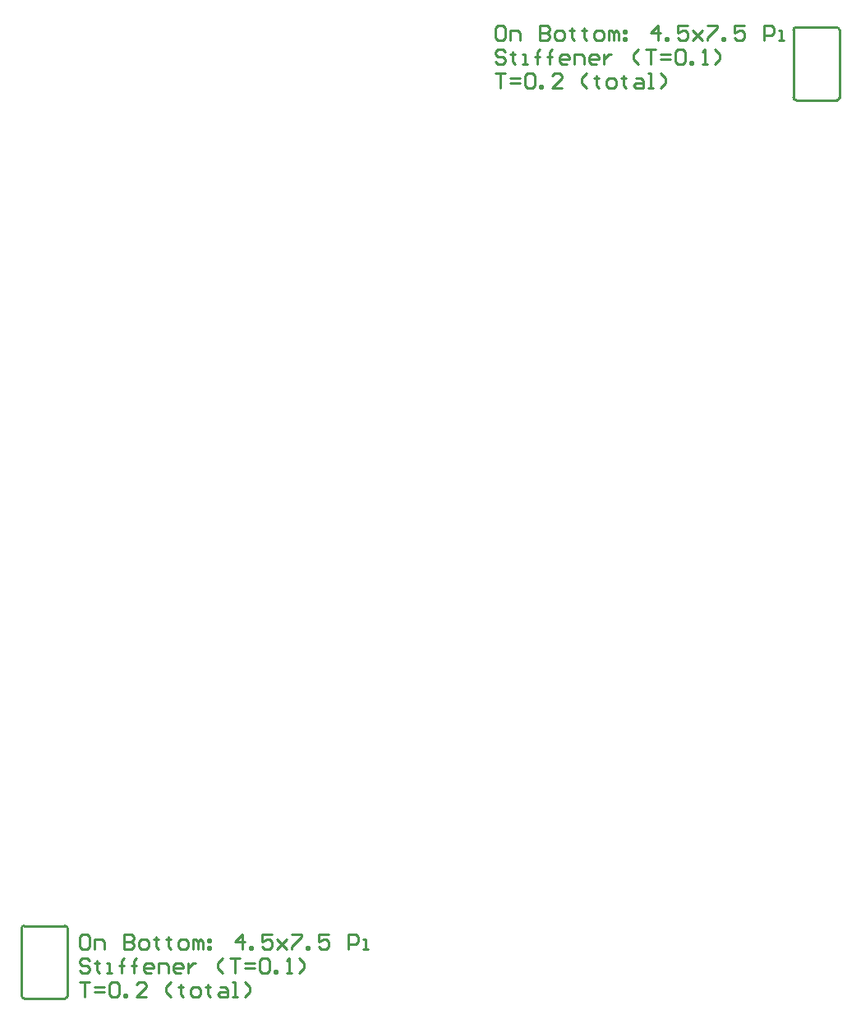
<source format=gbr>
%TF.GenerationSoftware,Altium Limited,Altium Designer,23.9.2 (47)*%
G04 Layer_Color=32896*
%FSLAX25Y25*%
%MOIN*%
%TF.SameCoordinates,C1B3935E-4126-4279-B8D9-91AEC20F268D*%
%TF.FilePolarity,Positive*%
%TF.FileFunction,Other,Stiffener*%
%TF.Part,Single*%
G01*
G75*
%TA.AperFunction,NonConductor*%
%ADD49C,0.01000*%
D49*
X-127657Y-148441D02*
G03*
X-128657Y-147441I-1000J0D01*
G01*
Y-176870D02*
G03*
X-127657Y-175870I0J1000D01*
G01*
X-145260Y-147441D02*
G03*
X-146260Y-148441I0J-1000D01*
G01*
Y-175870D02*
G03*
X-145260Y-176870I1000J0D01*
G01*
X185433Y215634D02*
G03*
X184433Y216634I-1000J0D01*
G01*
Y187205D02*
G03*
X185433Y188205I0J1000D01*
G01*
X167831Y216634D02*
G03*
X166831Y215634I0J-1000D01*
G01*
Y188205D02*
G03*
X167831Y187205I1000J0D01*
G01*
X-145260Y-176870D02*
X-128657D01*
X-145260Y-147441D02*
X-128657D01*
X-127657Y-175870D02*
Y-148441D01*
X-146260Y-175870D02*
Y-148441D01*
X167831Y187205D02*
X184433D01*
X167831Y216634D02*
X184433D01*
X185433Y188205D02*
Y215634D01*
X166831Y188205D02*
Y215634D01*
X48979Y217335D02*
X46980D01*
X45980Y216336D01*
Y212337D01*
X46980Y211337D01*
X48979D01*
X49979Y212337D01*
Y216336D01*
X48979Y217335D01*
X51978Y211337D02*
Y215336D01*
X54977D01*
X55977Y214336D01*
Y211337D01*
X63974Y217335D02*
Y211337D01*
X66974D01*
X67973Y212337D01*
Y213336D01*
X66974Y214336D01*
X63974D01*
X66974D01*
X67973Y215336D01*
Y216336D01*
X66974Y217335D01*
X63974D01*
X70972Y211337D02*
X72972D01*
X73971Y212337D01*
Y214336D01*
X72972Y215336D01*
X70972D01*
X69973Y214336D01*
Y212337D01*
X70972Y211337D01*
X76970Y216336D02*
Y215336D01*
X75971D01*
X77970D01*
X76970D01*
Y212337D01*
X77970Y211337D01*
X81969Y216336D02*
Y215336D01*
X80969D01*
X82968D01*
X81969D01*
Y212337D01*
X82968Y211337D01*
X86967D02*
X88966D01*
X89966Y212337D01*
Y214336D01*
X88966Y215336D01*
X86967D01*
X85967Y214336D01*
Y212337D01*
X86967Y211337D01*
X91965D02*
Y215336D01*
X92965D01*
X93965Y214336D01*
Y211337D01*
Y214336D01*
X94964Y215336D01*
X95964Y214336D01*
Y211337D01*
X97964Y215336D02*
X98963D01*
Y214336D01*
X97964D01*
Y215336D01*
Y212337D02*
X98963D01*
Y211337D01*
X97964D01*
Y212337D01*
X111959Y211337D02*
Y217335D01*
X108960Y214336D01*
X112959D01*
X114958Y211337D02*
Y212337D01*
X115958D01*
Y211337D01*
X114958D01*
X123955Y217335D02*
X119956D01*
Y214336D01*
X121956Y215336D01*
X122955D01*
X123955Y214336D01*
Y212337D01*
X122955Y211337D01*
X120956D01*
X119956Y212337D01*
X125954Y215336D02*
X129953Y211337D01*
X127954Y213336D01*
X129953Y215336D01*
X125954Y211337D01*
X131953Y217335D02*
X135951D01*
Y216336D01*
X131953Y212337D01*
Y211337D01*
X137951D02*
Y212337D01*
X138950D01*
Y211337D01*
X137951D01*
X146948Y217335D02*
X142949D01*
Y214336D01*
X144948Y215336D01*
X145948D01*
X146948Y214336D01*
Y212337D01*
X145948Y211337D01*
X143949D01*
X142949Y212337D01*
X154945Y211337D02*
Y217335D01*
X157944D01*
X158944Y216336D01*
Y214336D01*
X157944Y213336D01*
X154945D01*
X160943Y211337D02*
X162943D01*
X161943D01*
Y215336D01*
X160943D01*
X49979Y206738D02*
X48979Y207737D01*
X46980D01*
X45980Y206738D01*
Y205738D01*
X46980Y204738D01*
X48979D01*
X49979Y203739D01*
Y202739D01*
X48979Y201739D01*
X46980D01*
X45980Y202739D01*
X52978Y206738D02*
Y205738D01*
X51978D01*
X53978D01*
X52978D01*
Y202739D01*
X53978Y201739D01*
X56977D02*
X58976D01*
X57976D01*
Y205738D01*
X56977D01*
X62975Y201739D02*
Y206738D01*
Y204738D01*
X61975D01*
X63974D01*
X62975D01*
Y206738D01*
X63974Y207737D01*
X67973Y201739D02*
Y206738D01*
Y204738D01*
X66974D01*
X68973D01*
X67973D01*
Y206738D01*
X68973Y207737D01*
X74971Y201739D02*
X72972D01*
X71972Y202739D01*
Y204738D01*
X72972Y205738D01*
X74971D01*
X75971Y204738D01*
Y203739D01*
X71972D01*
X77970Y201739D02*
Y205738D01*
X80969D01*
X81969Y204738D01*
Y201739D01*
X86967D02*
X84968D01*
X83968Y202739D01*
Y204738D01*
X84968Y205738D01*
X86967D01*
X87967Y204738D01*
Y203739D01*
X83968D01*
X89966Y205738D02*
Y201739D01*
Y203739D01*
X90966Y204738D01*
X91965Y205738D01*
X92965D01*
X103962Y201739D02*
X101962Y203739D01*
Y205738D01*
X103962Y207737D01*
X106961D02*
X110959D01*
X108960D01*
Y201739D01*
X112959Y203739D02*
X116957D01*
X112959Y205738D02*
X116957D01*
X118957Y206738D02*
X119956Y207737D01*
X121956D01*
X122955Y206738D01*
Y202739D01*
X121956Y201739D01*
X119956D01*
X118957Y202739D01*
Y206738D01*
X124955Y201739D02*
Y202739D01*
X125954D01*
Y201739D01*
X124955D01*
X129953D02*
X131953D01*
X130953D01*
Y207737D01*
X129953Y206738D01*
X134951Y201739D02*
X136951Y203739D01*
Y205738D01*
X134951Y207737D01*
X45980Y198140D02*
X49979D01*
X47980D01*
Y192142D01*
X51978Y194141D02*
X55977D01*
X51978Y196141D02*
X55977D01*
X57976Y197140D02*
X58976Y198140D01*
X60975D01*
X61975Y197140D01*
Y193141D01*
X60975Y192142D01*
X58976D01*
X57976Y193141D01*
Y197140D01*
X63974Y192142D02*
Y193141D01*
X64974D01*
Y192142D01*
X63974D01*
X72972D02*
X68973D01*
X72972Y196141D01*
Y197140D01*
X71972Y198140D01*
X69973D01*
X68973Y197140D01*
X82968Y192142D02*
X80969Y194141D01*
Y196141D01*
X82968Y198140D01*
X86967Y197140D02*
Y196141D01*
X85967D01*
X87967D01*
X86967D01*
Y193141D01*
X87967Y192142D01*
X91965D02*
X93965D01*
X94964Y193141D01*
Y195141D01*
X93965Y196141D01*
X91965D01*
X90966Y195141D01*
Y193141D01*
X91965Y192142D01*
X97964Y197140D02*
Y196141D01*
X96964D01*
X98963D01*
X97964D01*
Y193141D01*
X98963Y192142D01*
X102962Y196141D02*
X104961D01*
X105961Y195141D01*
Y192142D01*
X102962D01*
X101962Y193141D01*
X102962Y194141D01*
X105961D01*
X107960Y192142D02*
X109960D01*
X108960D01*
Y198140D01*
X107960D01*
X112959Y192142D02*
X114958Y194141D01*
Y196141D01*
X112959Y198140D01*
X-119820Y-150972D02*
X-121819D01*
X-122819Y-151972D01*
Y-155970D01*
X-121819Y-156970D01*
X-119820D01*
X-118820Y-155970D01*
Y-151972D01*
X-119820Y-150972D01*
X-116821Y-156970D02*
Y-152971D01*
X-113822D01*
X-112822Y-153971D01*
Y-156970D01*
X-104825Y-150972D02*
Y-156970D01*
X-101826D01*
X-100826Y-155970D01*
Y-154971D01*
X-101826Y-153971D01*
X-104825D01*
X-101826D01*
X-100826Y-152971D01*
Y-151972D01*
X-101826Y-150972D01*
X-104825D01*
X-97827Y-156970D02*
X-95828D01*
X-94828Y-155970D01*
Y-153971D01*
X-95828Y-152971D01*
X-97827D01*
X-98827Y-153971D01*
Y-155970D01*
X-97827Y-156970D01*
X-91829Y-151972D02*
Y-152971D01*
X-92829D01*
X-90829D01*
X-91829D01*
Y-155970D01*
X-90829Y-156970D01*
X-86831Y-151972D02*
Y-152971D01*
X-87830D01*
X-85831D01*
X-86831D01*
Y-155970D01*
X-85831Y-156970D01*
X-81832D02*
X-79833D01*
X-78833Y-155970D01*
Y-153971D01*
X-79833Y-152971D01*
X-81832D01*
X-82832Y-153971D01*
Y-155970D01*
X-81832Y-156970D01*
X-76834D02*
Y-152971D01*
X-75834D01*
X-74834Y-153971D01*
Y-156970D01*
Y-153971D01*
X-73835Y-152971D01*
X-72835Y-153971D01*
Y-156970D01*
X-70836Y-152971D02*
X-69836D01*
Y-153971D01*
X-70836D01*
Y-152971D01*
Y-155970D02*
X-69836D01*
Y-156970D01*
X-70836D01*
Y-155970D01*
X-56840Y-156970D02*
Y-150972D01*
X-59839Y-153971D01*
X-55841D01*
X-53841Y-156970D02*
Y-155970D01*
X-52842D01*
Y-156970D01*
X-53841D01*
X-44844Y-150972D02*
X-48843D01*
Y-153971D01*
X-46843Y-152971D01*
X-45844D01*
X-44844Y-153971D01*
Y-155970D01*
X-45844Y-156970D01*
X-47843D01*
X-48843Y-155970D01*
X-42845Y-152971D02*
X-38846Y-156970D01*
X-40845Y-154971D01*
X-38846Y-152971D01*
X-42845Y-156970D01*
X-36847Y-150972D02*
X-32848D01*
Y-151972D01*
X-36847Y-155970D01*
Y-156970D01*
X-30849D02*
Y-155970D01*
X-29849D01*
Y-156970D01*
X-30849D01*
X-21852Y-150972D02*
X-25850D01*
Y-153971D01*
X-23851Y-152971D01*
X-22851D01*
X-21852Y-153971D01*
Y-155970D01*
X-22851Y-156970D01*
X-24851D01*
X-25850Y-155970D01*
X-13854Y-156970D02*
Y-150972D01*
X-10855D01*
X-9855Y-151972D01*
Y-153971D01*
X-10855Y-154971D01*
X-13854D01*
X-7856Y-156970D02*
X-5857D01*
X-6856D01*
Y-152971D01*
X-7856D01*
X-118820Y-161569D02*
X-119820Y-160570D01*
X-121819D01*
X-122819Y-161569D01*
Y-162569D01*
X-121819Y-163569D01*
X-119820D01*
X-118820Y-164568D01*
Y-165568D01*
X-119820Y-166568D01*
X-121819D01*
X-122819Y-165568D01*
X-115821Y-161569D02*
Y-162569D01*
X-116821D01*
X-114822D01*
X-115821D01*
Y-165568D01*
X-114822Y-166568D01*
X-111822D02*
X-109823D01*
X-110823D01*
Y-162569D01*
X-111822D01*
X-105824Y-166568D02*
Y-161569D01*
Y-163569D01*
X-106824D01*
X-104825D01*
X-105824D01*
Y-161569D01*
X-104825Y-160570D01*
X-100826Y-166568D02*
Y-161569D01*
Y-163569D01*
X-101826D01*
X-99826D01*
X-100826D01*
Y-161569D01*
X-99826Y-160570D01*
X-93828Y-166568D02*
X-95828D01*
X-96827Y-165568D01*
Y-163569D01*
X-95828Y-162569D01*
X-93828D01*
X-92829Y-163569D01*
Y-164568D01*
X-96827D01*
X-90829Y-166568D02*
Y-162569D01*
X-87830D01*
X-86831Y-163569D01*
Y-166568D01*
X-81832D02*
X-83832D01*
X-84831Y-165568D01*
Y-163569D01*
X-83832Y-162569D01*
X-81832D01*
X-80832Y-163569D01*
Y-164568D01*
X-84831D01*
X-78833Y-162569D02*
Y-166568D01*
Y-164568D01*
X-77833Y-163569D01*
X-76834Y-162569D01*
X-75834D01*
X-64838Y-166568D02*
X-66837Y-164568D01*
Y-162569D01*
X-64838Y-160570D01*
X-61839D02*
X-57840D01*
X-59839D01*
Y-166568D01*
X-55841Y-164568D02*
X-51842D01*
X-55841Y-162569D02*
X-51842D01*
X-49843Y-161569D02*
X-48843Y-160570D01*
X-46843D01*
X-45844Y-161569D01*
Y-165568D01*
X-46843Y-166568D01*
X-48843D01*
X-49843Y-165568D01*
Y-161569D01*
X-43845Y-166568D02*
Y-165568D01*
X-42845D01*
Y-166568D01*
X-43845D01*
X-38846D02*
X-36847D01*
X-37846D01*
Y-160570D01*
X-38846Y-161569D01*
X-33848Y-166568D02*
X-31848Y-164568D01*
Y-162569D01*
X-33848Y-160570D01*
X-122819Y-170167D02*
X-118820D01*
X-120820D01*
Y-176165D01*
X-116821Y-174166D02*
X-112822D01*
X-116821Y-172167D02*
X-112822D01*
X-110823Y-171167D02*
X-109823Y-170167D01*
X-107824D01*
X-106824Y-171167D01*
Y-175166D01*
X-107824Y-176165D01*
X-109823D01*
X-110823Y-175166D01*
Y-171167D01*
X-104825Y-176165D02*
Y-175166D01*
X-103825D01*
Y-176165D01*
X-104825D01*
X-95828D02*
X-99826D01*
X-95828Y-172167D01*
Y-171167D01*
X-96827Y-170167D01*
X-98827D01*
X-99826Y-171167D01*
X-85831Y-176165D02*
X-87830Y-174166D01*
Y-172167D01*
X-85831Y-170167D01*
X-81832Y-171167D02*
Y-172167D01*
X-82832D01*
X-80832D01*
X-81832D01*
Y-175166D01*
X-80832Y-176165D01*
X-76834D02*
X-74834D01*
X-73835Y-175166D01*
Y-173166D01*
X-74834Y-172167D01*
X-76834D01*
X-77833Y-173166D01*
Y-175166D01*
X-76834Y-176165D01*
X-70836Y-171167D02*
Y-172167D01*
X-71835D01*
X-69836D01*
X-70836D01*
Y-175166D01*
X-69836Y-176165D01*
X-65837Y-172167D02*
X-63838D01*
X-62838Y-173166D01*
Y-176165D01*
X-65837D01*
X-66837Y-175166D01*
X-65837Y-174166D01*
X-62838D01*
X-60839Y-176165D02*
X-58840D01*
X-59839D01*
Y-170167D01*
X-60839D01*
X-55841Y-176165D02*
X-53841Y-174166D01*
Y-172167D01*
X-55841Y-170167D01*
%TF.MD5,6004e74f8113d2319ea0349a8e060e1f*%
M02*

</source>
